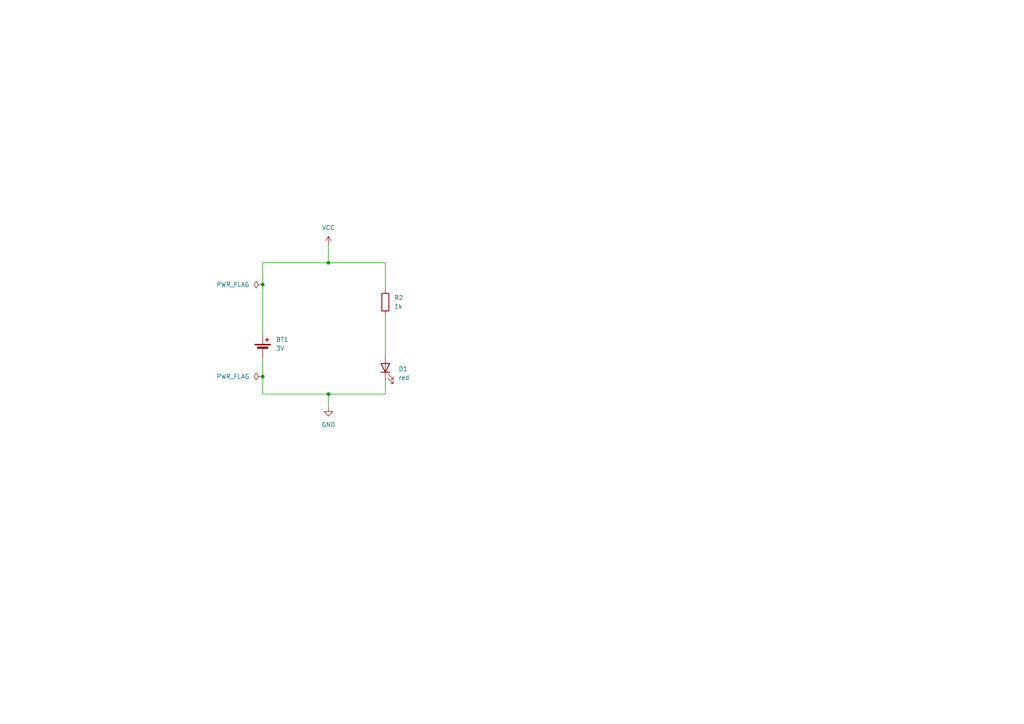
<source format=kicad_sch>
(kicad_sch (version 20250114) (generator "eeschema") (generator_version "9.0")
  (paper "A4")
  (title_block (title "Ejercicio 1 - Microcred Prototipado UEx 2025"))
  (lib_symbols
    (symbol "Device:Battery_Cell" (pin_numbers (hide yes)) (pin_names (offset 0) (hide yes))
      (property "Reference" "BT" (at 2.54 2.54 0))
      (property "Value" "Battery_Cell" (at 2.54 0 0))
      (symbol "Battery_Cell_0_1"
        (rectangle (start -2.286 1.778) (end 2.286 1.524) (fill (type outline)))
        (rectangle (start -1.524 1.016) (end 1.524 0.508) (fill (type outline)))
        (polyline (pts (xy 0 1.778) (xy 0 2.54)))
        (polyline (pts (xy 0 0.762) (xy 0 0)))
        (polyline (pts (xy 0.762 3.048) (xy 1.778 3.048)) (stroke (width 0.254)))
        (polyline (pts (xy 1.27 3.556) (xy 1.27 2.54)) (stroke (width 0.254)))
      )
      (symbol "Battery_Cell_1_1"
        (pin passive line (at 0 5.08 270) (length 2.54) (name "+") (number "1"))
        (pin passive line (at 0 -2.54 90) (length 2.54) (name "-") (number "2"))
      )
    )
    (symbol "Device:LED" (pin_numbers (hide yes)) (pin_names (offset 1.016) (hide yes))
      (property "Reference" "D" (at 0 2.54 0))
      (property "Value" "LED" (at 0 -2.54 0))
      (symbol "LED_0_1"
        (polyline (pts (xy -3.048 -0.762) (xy -4.572 -2.286) (xy -3.81 -2.286) (xy -4.572 -2.286) (xy -4.572 -1.524)))
        (polyline (pts (xy -1.778 -0.762) (xy -3.302 -2.286) (xy -2.54 -2.286) (xy -3.302 -2.286) (xy -3.302 -1.524)))
        (polyline (pts (xy -1.27 0) (xy 1.27 0)))
        (polyline (pts (xy -1.27 -1.27) (xy -1.27 1.27)) (stroke (width 0.254)))
        (polyline (pts (xy 1.27 -1.27) (xy 1.27 1.27) (xy -1.27 0) (xy 1.27 -1.27)) (stroke (width 0.254)))
      )
      (symbol "LED_1_1"
        (pin passive line (at -3.81 0 0) (length 2.54) (name "K") (number "1"))
        (pin passive line (at 3.81 0 180) (length 2.54) (name "A") (number "2"))
      )
    )
    (symbol "Device:R" (pin_numbers (hide yes)) (pin_names (offset 0))
      (property "Reference" "R" (at 2.032 0 90))
      (property "Value" "R" (at 0 0 90))
      (symbol "R_0_1"
        (rectangle (start -1.016 -2.54) (end 1.016 2.54) (stroke (width 0.254)))
      )
      (symbol "R_1_1"
        (pin passive line (at 0 3.81 270) (length 1.27) (name "~") (number "1"))
        (pin passive line (at 0 -3.81 90) (length 1.27) (name "~") (number "2"))
      )
    )
    (symbol "power:GND" (power) (pin_numbers (hide yes)) (pin_names (offset 0) (hide yes))
      (property "Value" "GND" (at 0 -3.81 0))
      (symbol "GND_0_1"
        (polyline (pts (xy 0 0) (xy 0 -1.27) (xy 1.27 -1.27) (xy 0 -2.54) (xy -1.27 -1.27) (xy 0 -1.27)))
      )
      (symbol "GND_1_1"
        (pin power_in line (at 0 0 270) (length 0) (name "~") (number "1"))
      )
    )
    (symbol "power:PWR_FLAG" (power) (pin_numbers (hide yes)) (pin_names (offset 0) (hide yes))
      (property "Value" "PWR_FLAG" (at 0 3.81 0))
      (symbol "PWR_FLAG_0_0"
        (pin power_out line (at 0 0 90) (length 0) (name "~") (number "1"))
      )
      (symbol "PWR_FLAG_0_1"
        (polyline (pts (xy 0 0) (xy 0 1.27) (xy -1.016 1.905) (xy 0 2.54) (xy 1.016 1.905) (xy 0 1.27)))
      )
    )
    (symbol "power:VCC" (power) (pin_numbers (hide yes)) (pin_names (offset 0) (hide yes))
      (property "Value" "VCC" (at 0 3.556 0))
      (symbol "VCC_0_1"
        (polyline (pts (xy -0.762 1.27) (xy 0 2.54)))
        (polyline (pts (xy 0 2.54) (xy 0.762 1.27)))
        (polyline (pts (xy 0 0) (xy 0 2.54)))
      )
      (symbol "VCC_1_1"
        (pin power_in line (at 0 0 90) (length 0) (name "~") (number "1"))
      )
    )
  )
  (junction (at 95.25 114.3))
  (junction (at 95.25 76.2))
  (junction (at 76.2 82.55))
  (junction (at 76.2 109.22))
  (wire (pts (xy 76.2 76.2) (xy 95.25 76.2)))
  (wire (pts (xy 76.2 96.52) (xy 76.2 82.55)))
  (wire (pts (xy 95.25 114.3) (xy 76.2 114.3)))
  (wire (pts (xy 111.76 114.3) (xy 95.25 114.3)))
  (wire (pts (xy 111.76 91.44) (xy 111.76 102.87)))
  (wire (pts (xy 95.25 71.12) (xy 95.25 76.2)))
  (wire (pts (xy 111.76 76.2) (xy 111.76 83.82)))
  (wire (pts (xy 76.2 104.14) (xy 76.2 109.22)))
  (wire (pts (xy 76.2 82.55) (xy 76.2 76.2)))
  (wire (pts (xy 76.2 109.22) (xy 76.2 114.3)))
  (wire (pts (xy 111.76 110.49) (xy 111.76 114.3)))
  (wire (pts (xy 95.25 76.2) (xy 111.76 76.2)))
  (wire (pts (xy 95.25 114.3) (xy 95.25 118.11)))
  (symbol (lib_id "power:PWR_FLAG") (at 76.2 109.22 90) (unit 1)
    (property "Reference" "#FLG02" (effects (hide yes)))
    (property "Value" "PWR_FLAG" (at 72.39 109.2199 90) (effects (justify left)))
    (property "Description" "Special symbol for telling ERC where power comes from" (effects (hide yes)))
  )
  (symbol (lib_id "Device:LED") (at 111.76 106.68 90) (unit 1)
    (property "Reference" "D1" (at 115.57 106.9974 90) (effects (justify right)))
    (property "Value" "red" (at 115.57 109.5374 90) (effects (justify right)))
    (property "Footprint" "LED_THT:LED_D5.0mm" (effects (hide yes)))
    (property "Description" "Light emitting diode" (effects (hide yes)))
    (property "Sim.Pins" "1=K 2=A" (effects (hide yes)))
  )
  (symbol (lib_id "power:VCC") (at 95.25 71.12 0) (unit 1)
    (property "Reference" "#PWR01" (effects (hide yes)))
    (property "Value" "VCC" (at 95.25 66.04 0))
    (property "Description" "Power symbol creates a global label with name \"VCC\"" (effects (hide yes)))
  )
  (symbol (lib_id "power:PWR_FLAG") (at 76.2 82.55 90) (unit 1)
    (property "Reference" "#FLG01" (effects (hide yes)))
    (property "Value" "PWR_FLAG" (at 72.39 82.5499 90) (effects (justify left)))
    (property "Description" "Special symbol for telling ERC where power comes from" (effects (hide yes)))
  )
  (symbol (lib_id "power:GND") (at 95.25 118.11 0) (unit 1)
    (property "Reference" "#PWR02" (effects (hide yes)))
    (property "Value" "GND" (at 95.25 123.19 0))
    (property "Description" "Power symbol creates a global label with name \"GND\" , ground" (effects (hide yes)))
  )
  (symbol (lib_id "Device:Battery_Cell") (at 76.2 101.6 0) (unit 1)
    (property "Reference" "BT1" (at 80.01 98.4884 0) (effects (justify left)))
    (property "Value" "3V" (at 80.01 101.0284 0) (effects (justify left)))
    (property "Footprint" "Battery:BatteryHolder_Keystone_1058_1x2032" (effects (hide yes)))
    (property "Description" "Single-cell battery" (effects (hide yes)))
  )
  (symbol (lib_id "Device:R") (at 111.76 87.63 0) (unit 1)
    (property "Reference" "R2" (at 114.3 86.3599 0) (effects (justify left)))
    (property "Value" "1k" (at 114.3 88.8999 0) (effects (justify left)))
    (property "Footprint" "Resistor_THT:R_Axial_DIN0309_L9.0mm_D3.2mm_P12.70mm_Horizontal" (effects (hide yes)))
    (property "Description" "Resistor" (effects (hide yes)))
  )
)
</source>
